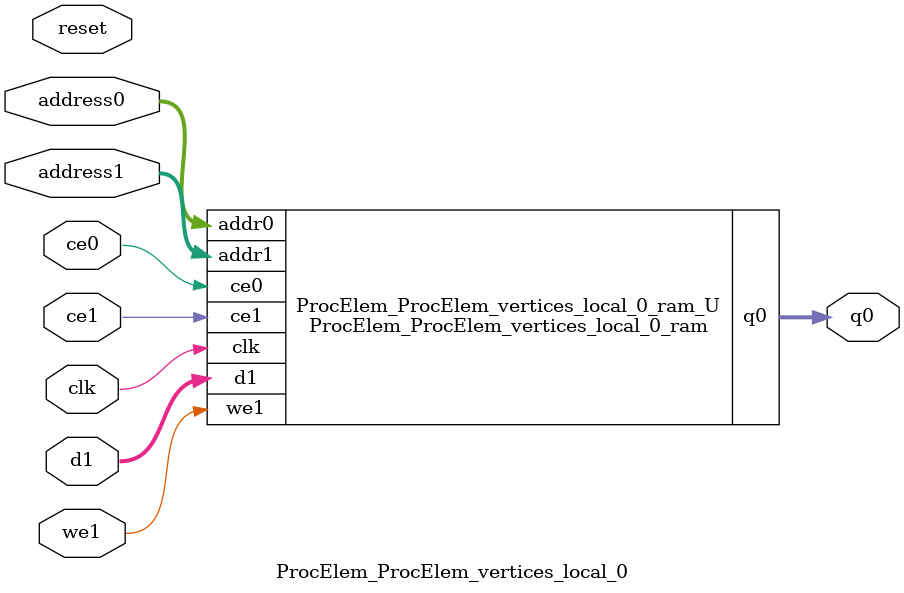
<source format=v>
`timescale 1 ns / 1 ps
module ProcElem_ProcElem_vertices_local_0_ram (addr0, ce0, q0, addr1, ce1, d1, we1,  clk);

parameter DWIDTH = 32;
parameter AWIDTH = 14;
parameter MEM_SIZE = 16384;

input[AWIDTH-1:0] addr0;
input ce0;
output reg[DWIDTH-1:0] q0;
input[AWIDTH-1:0] addr1;
input ce1;
input[DWIDTH-1:0] d1;
input we1;
input clk;

(* ram_style = "hls_ultra", cascade_height = 1 *)reg [DWIDTH-1:0] ram[0:MEM_SIZE-1];




always @(posedge clk)  
begin 
    if (ce0) begin
        q0 <= ram[addr0];
    end
end


always @(posedge clk)  
begin 
    if (ce1) begin
        if (we1) 
            ram[addr1] <= d1; 
    end
end


endmodule

`timescale 1 ns / 1 ps
module ProcElem_ProcElem_vertices_local_0(
    reset,
    clk,
    address0,
    ce0,
    q0,
    address1,
    ce1,
    we1,
    d1);

parameter DataWidth = 32'd32;
parameter AddressRange = 32'd16384;
parameter AddressWidth = 32'd14;
input reset;
input clk;
input[AddressWidth - 1:0] address0;
input ce0;
output[DataWidth - 1:0] q0;
input[AddressWidth - 1:0] address1;
input ce1;
input we1;
input[DataWidth - 1:0] d1;



ProcElem_ProcElem_vertices_local_0_ram ProcElem_ProcElem_vertices_local_0_ram_U(
    .clk( clk ),
    .addr0( address0 ),
    .ce0( ce0 ),
    .q0( q0 ),
    .addr1( address1 ),
    .ce1( ce1 ),
    .we1( we1 ),
    .d1( d1 ));

endmodule


</source>
